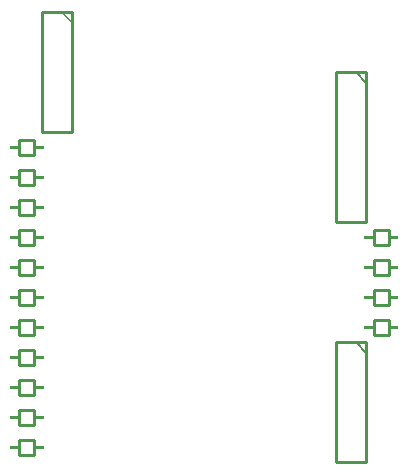
<source format=gbo>
G04 MADE WITH FRITZING*
G04 WWW.FRITZING.ORG*
G04 DOUBLE SIDED*
G04 HOLES PLATED*
G04 CONTOUR ON CENTER OF CONTOUR VECTOR*
%ASAXBY*%
%FSLAX23Y23*%
%MOIN*%
%OFA0B0*%
%SFA1.0B1.0*%
%ADD10C,0.010000*%
%ADD11C,0.005000*%
%ADD12R,0.001000X0.001000*%
%LNSILK0*%
G90*
G70*
G54D10*
X1953Y1619D02*
X1953Y1119D01*
D02*
X1953Y1119D02*
X1853Y1119D01*
D02*
X1853Y1119D02*
X1853Y1619D01*
D02*
X1853Y1619D02*
X1953Y1619D01*
G54D11*
D02*
X1953Y1584D02*
X1918Y1619D01*
G54D10*
D02*
X973Y1819D02*
X973Y1419D01*
D02*
X973Y1419D02*
X873Y1419D01*
D02*
X873Y1419D02*
X873Y1819D01*
D02*
X873Y1819D02*
X973Y1819D01*
D02*
X1953Y719D02*
X1953Y319D01*
D02*
X1953Y319D02*
X1853Y319D01*
D02*
X1853Y319D02*
X1853Y719D01*
D02*
X1853Y719D02*
X1953Y719D01*
G54D11*
D02*
X1953Y684D02*
X1918Y719D01*
G54D10*
D02*
X797Y444D02*
X847Y444D01*
D02*
X847Y444D02*
X847Y494D01*
D02*
X847Y494D02*
X797Y494D01*
D02*
X797Y494D02*
X797Y444D01*
D02*
X797Y344D02*
X847Y344D01*
D02*
X847Y344D02*
X847Y394D01*
D02*
X847Y394D02*
X797Y394D01*
D02*
X797Y394D02*
X797Y344D01*
D02*
X2028Y793D02*
X1978Y793D01*
D02*
X1978Y793D02*
X1978Y743D01*
D02*
X1978Y743D02*
X2028Y743D01*
D02*
X2028Y743D02*
X2028Y793D01*
D02*
X797Y544D02*
X847Y544D01*
D02*
X847Y544D02*
X847Y594D01*
D02*
X847Y594D02*
X797Y594D01*
D02*
X797Y594D02*
X797Y544D01*
D02*
X797Y644D02*
X847Y644D01*
D02*
X847Y644D02*
X847Y694D01*
D02*
X847Y694D02*
X797Y694D01*
D02*
X797Y694D02*
X797Y644D01*
D02*
X797Y744D02*
X847Y744D01*
D02*
X847Y744D02*
X847Y794D01*
D02*
X847Y794D02*
X797Y794D01*
D02*
X797Y794D02*
X797Y744D01*
D02*
X797Y844D02*
X847Y844D01*
D02*
X847Y844D02*
X847Y894D01*
D02*
X847Y894D02*
X797Y894D01*
D02*
X797Y894D02*
X797Y844D01*
D02*
X797Y944D02*
X847Y944D01*
D02*
X847Y944D02*
X847Y994D01*
D02*
X847Y994D02*
X797Y994D01*
D02*
X797Y994D02*
X797Y944D01*
D02*
X797Y1044D02*
X847Y1044D01*
D02*
X847Y1044D02*
X847Y1094D01*
D02*
X847Y1094D02*
X797Y1094D01*
D02*
X797Y1094D02*
X797Y1044D01*
D02*
X2028Y893D02*
X1978Y893D01*
D02*
X1978Y893D02*
X1978Y843D01*
D02*
X1978Y843D02*
X2028Y843D01*
D02*
X2028Y843D02*
X2028Y893D01*
D02*
X2028Y993D02*
X1978Y993D01*
D02*
X1978Y993D02*
X1978Y943D01*
D02*
X1978Y943D02*
X2028Y943D01*
D02*
X2028Y943D02*
X2028Y993D01*
D02*
X2028Y1093D02*
X1978Y1093D01*
D02*
X1978Y1093D02*
X1978Y1043D01*
D02*
X1978Y1043D02*
X2028Y1043D01*
D02*
X2028Y1043D02*
X2028Y1093D01*
D02*
X797Y1344D02*
X847Y1344D01*
D02*
X847Y1344D02*
X847Y1394D01*
D02*
X847Y1394D02*
X797Y1394D01*
D02*
X797Y1394D02*
X797Y1344D01*
D02*
X797Y1244D02*
X847Y1244D01*
D02*
X847Y1244D02*
X847Y1294D01*
D02*
X847Y1294D02*
X797Y1294D01*
D02*
X797Y1294D02*
X797Y1244D01*
D02*
X797Y1144D02*
X847Y1144D01*
D02*
X847Y1144D02*
X847Y1194D01*
D02*
X847Y1194D02*
X797Y1194D01*
D02*
X797Y1194D02*
X797Y1144D01*
G54D12*
X939Y1820D02*
X939Y1820D01*
X938Y1819D02*
X940Y1819D01*
X937Y1818D02*
X941Y1818D01*
X936Y1817D02*
X942Y1817D01*
X937Y1816D02*
X943Y1816D01*
X938Y1815D02*
X944Y1815D01*
X939Y1814D02*
X945Y1814D01*
X940Y1813D02*
X946Y1813D01*
X941Y1812D02*
X947Y1812D01*
X942Y1811D02*
X948Y1811D01*
X943Y1810D02*
X949Y1810D01*
X944Y1809D02*
X950Y1809D01*
X945Y1808D02*
X951Y1808D01*
X946Y1807D02*
X952Y1807D01*
X947Y1806D02*
X953Y1806D01*
X948Y1805D02*
X954Y1805D01*
X949Y1804D02*
X955Y1804D01*
X950Y1803D02*
X956Y1803D01*
X951Y1802D02*
X957Y1802D01*
X952Y1801D02*
X958Y1801D01*
X954Y1800D02*
X959Y1800D01*
X955Y1799D02*
X960Y1799D01*
X955Y1798D02*
X961Y1798D01*
X956Y1797D02*
X962Y1797D01*
X957Y1796D02*
X963Y1796D01*
X958Y1795D02*
X964Y1795D01*
X959Y1794D02*
X965Y1794D01*
X960Y1793D02*
X966Y1793D01*
X961Y1792D02*
X967Y1792D01*
X962Y1791D02*
X968Y1791D01*
X963Y1790D02*
X969Y1790D01*
X964Y1789D02*
X970Y1789D01*
X965Y1788D02*
X971Y1788D01*
X966Y1787D02*
X972Y1787D01*
X967Y1786D02*
X973Y1786D01*
X968Y1785D02*
X973Y1785D01*
X969Y1784D02*
X972Y1784D01*
X970Y1783D02*
X971Y1783D01*
X765Y1374D02*
X796Y1374D01*
X847Y1374D02*
X879Y1374D01*
X765Y1373D02*
X796Y1373D01*
X847Y1373D02*
X879Y1373D01*
X765Y1372D02*
X796Y1372D01*
X847Y1372D02*
X879Y1372D01*
X765Y1371D02*
X796Y1371D01*
X847Y1371D02*
X879Y1371D01*
X765Y1370D02*
X796Y1370D01*
X847Y1370D02*
X879Y1370D01*
X765Y1369D02*
X796Y1369D01*
X847Y1369D02*
X879Y1369D01*
X765Y1368D02*
X796Y1368D01*
X847Y1368D02*
X879Y1368D01*
X765Y1367D02*
X796Y1367D01*
X847Y1367D02*
X879Y1367D01*
X765Y1366D02*
X796Y1366D01*
X847Y1366D02*
X879Y1366D01*
X765Y1365D02*
X796Y1365D01*
X847Y1365D02*
X879Y1365D01*
X765Y1274D02*
X796Y1274D01*
X847Y1274D02*
X879Y1274D01*
X765Y1273D02*
X796Y1273D01*
X847Y1273D02*
X879Y1273D01*
X765Y1272D02*
X796Y1272D01*
X847Y1272D02*
X879Y1272D01*
X765Y1271D02*
X796Y1271D01*
X847Y1271D02*
X879Y1271D01*
X765Y1270D02*
X796Y1270D01*
X847Y1270D02*
X879Y1270D01*
X765Y1269D02*
X796Y1269D01*
X847Y1269D02*
X879Y1269D01*
X765Y1268D02*
X796Y1268D01*
X847Y1268D02*
X879Y1268D01*
X765Y1267D02*
X796Y1267D01*
X847Y1267D02*
X879Y1267D01*
X765Y1266D02*
X796Y1266D01*
X847Y1266D02*
X879Y1266D01*
X765Y1265D02*
X796Y1265D01*
X847Y1265D02*
X879Y1265D01*
X765Y1174D02*
X796Y1174D01*
X847Y1174D02*
X879Y1174D01*
X765Y1173D02*
X796Y1173D01*
X847Y1173D02*
X879Y1173D01*
X765Y1172D02*
X796Y1172D01*
X847Y1172D02*
X879Y1172D01*
X765Y1171D02*
X796Y1171D01*
X847Y1171D02*
X879Y1171D01*
X765Y1170D02*
X796Y1170D01*
X847Y1170D02*
X879Y1170D01*
X765Y1169D02*
X796Y1169D01*
X847Y1169D02*
X879Y1169D01*
X765Y1168D02*
X796Y1168D01*
X847Y1168D02*
X879Y1168D01*
X765Y1167D02*
X796Y1167D01*
X847Y1167D02*
X879Y1167D01*
X765Y1166D02*
X796Y1166D01*
X847Y1166D02*
X879Y1166D01*
X765Y1165D02*
X796Y1165D01*
X847Y1165D02*
X879Y1165D01*
X765Y1074D02*
X796Y1074D01*
X847Y1074D02*
X879Y1074D01*
X765Y1073D02*
X796Y1073D01*
X847Y1073D02*
X879Y1073D01*
X1945Y1073D02*
X1977Y1073D01*
X2028Y1073D02*
X2059Y1073D01*
X765Y1072D02*
X796Y1072D01*
X847Y1072D02*
X879Y1072D01*
X1945Y1072D02*
X1977Y1072D01*
X2028Y1072D02*
X2059Y1072D01*
X765Y1071D02*
X796Y1071D01*
X847Y1071D02*
X879Y1071D01*
X1945Y1071D02*
X1977Y1071D01*
X2028Y1071D02*
X2059Y1071D01*
X765Y1070D02*
X796Y1070D01*
X847Y1070D02*
X879Y1070D01*
X1945Y1070D02*
X1977Y1070D01*
X2028Y1070D02*
X2059Y1070D01*
X765Y1069D02*
X796Y1069D01*
X847Y1069D02*
X879Y1069D01*
X1945Y1069D02*
X1977Y1069D01*
X2028Y1069D02*
X2059Y1069D01*
X765Y1068D02*
X796Y1068D01*
X847Y1068D02*
X879Y1068D01*
X1945Y1068D02*
X1977Y1068D01*
X2028Y1068D02*
X2059Y1068D01*
X765Y1067D02*
X796Y1067D01*
X847Y1067D02*
X879Y1067D01*
X1945Y1067D02*
X1977Y1067D01*
X2028Y1067D02*
X2059Y1067D01*
X765Y1066D02*
X796Y1066D01*
X847Y1066D02*
X879Y1066D01*
X1945Y1066D02*
X1977Y1066D01*
X2028Y1066D02*
X2059Y1066D01*
X765Y1065D02*
X796Y1065D01*
X847Y1065D02*
X879Y1065D01*
X1945Y1065D02*
X1977Y1065D01*
X2028Y1065D02*
X2059Y1065D01*
X1944Y1064D02*
X1977Y1064D01*
X2028Y1064D02*
X2059Y1064D01*
X765Y974D02*
X796Y974D01*
X847Y974D02*
X879Y974D01*
X765Y973D02*
X796Y973D01*
X847Y973D02*
X879Y973D01*
X1945Y973D02*
X1977Y973D01*
X2028Y973D02*
X2059Y973D01*
X765Y972D02*
X796Y972D01*
X847Y972D02*
X879Y972D01*
X1945Y972D02*
X1977Y972D01*
X2028Y972D02*
X2059Y972D01*
X765Y971D02*
X796Y971D01*
X847Y971D02*
X879Y971D01*
X1945Y971D02*
X1977Y971D01*
X2028Y971D02*
X2059Y971D01*
X765Y970D02*
X796Y970D01*
X847Y970D02*
X879Y970D01*
X1945Y970D02*
X1977Y970D01*
X2028Y970D02*
X2059Y970D01*
X765Y969D02*
X796Y969D01*
X847Y969D02*
X879Y969D01*
X1945Y969D02*
X1977Y969D01*
X2028Y969D02*
X2059Y969D01*
X765Y968D02*
X796Y968D01*
X847Y968D02*
X879Y968D01*
X1945Y968D02*
X1977Y968D01*
X2028Y968D02*
X2059Y968D01*
X765Y967D02*
X796Y967D01*
X847Y967D02*
X879Y967D01*
X1945Y967D02*
X1977Y967D01*
X2028Y967D02*
X2059Y967D01*
X765Y966D02*
X796Y966D01*
X847Y966D02*
X879Y966D01*
X1945Y966D02*
X1977Y966D01*
X2028Y966D02*
X2059Y966D01*
X765Y965D02*
X796Y965D01*
X847Y965D02*
X879Y965D01*
X1945Y965D02*
X1977Y965D01*
X2028Y965D02*
X2059Y965D01*
X1944Y964D02*
X1977Y964D01*
X2028Y964D02*
X2059Y964D01*
X765Y874D02*
X796Y874D01*
X847Y874D02*
X879Y874D01*
X765Y873D02*
X796Y873D01*
X847Y873D02*
X879Y873D01*
X1945Y873D02*
X1977Y873D01*
X2028Y873D02*
X2059Y873D01*
X765Y872D02*
X796Y872D01*
X847Y872D02*
X879Y872D01*
X1945Y872D02*
X1977Y872D01*
X2028Y872D02*
X2059Y872D01*
X765Y871D02*
X796Y871D01*
X847Y871D02*
X879Y871D01*
X1945Y871D02*
X1977Y871D01*
X2028Y871D02*
X2059Y871D01*
X765Y870D02*
X796Y870D01*
X847Y870D02*
X879Y870D01*
X1945Y870D02*
X1977Y870D01*
X2028Y870D02*
X2059Y870D01*
X765Y869D02*
X796Y869D01*
X847Y869D02*
X879Y869D01*
X1945Y869D02*
X1977Y869D01*
X2028Y869D02*
X2059Y869D01*
X765Y868D02*
X796Y868D01*
X847Y868D02*
X879Y868D01*
X1945Y868D02*
X1977Y868D01*
X2028Y868D02*
X2059Y868D01*
X765Y867D02*
X796Y867D01*
X847Y867D02*
X879Y867D01*
X1945Y867D02*
X1977Y867D01*
X2028Y867D02*
X2059Y867D01*
X765Y866D02*
X796Y866D01*
X847Y866D02*
X879Y866D01*
X1945Y866D02*
X1977Y866D01*
X2028Y866D02*
X2059Y866D01*
X765Y865D02*
X796Y865D01*
X847Y865D02*
X879Y865D01*
X1945Y865D02*
X1977Y865D01*
X2028Y865D02*
X2059Y865D01*
X1944Y864D02*
X1977Y864D01*
X2028Y864D02*
X2059Y864D01*
X765Y774D02*
X796Y774D01*
X847Y774D02*
X879Y774D01*
X765Y773D02*
X796Y773D01*
X847Y773D02*
X879Y773D01*
X1945Y773D02*
X1977Y773D01*
X2028Y773D02*
X2059Y773D01*
X765Y772D02*
X796Y772D01*
X847Y772D02*
X879Y772D01*
X1945Y772D02*
X1977Y772D01*
X2028Y772D02*
X2059Y772D01*
X765Y771D02*
X796Y771D01*
X847Y771D02*
X879Y771D01*
X1945Y771D02*
X1977Y771D01*
X2028Y771D02*
X2059Y771D01*
X765Y770D02*
X796Y770D01*
X847Y770D02*
X879Y770D01*
X1945Y770D02*
X1977Y770D01*
X2028Y770D02*
X2059Y770D01*
X765Y769D02*
X796Y769D01*
X847Y769D02*
X879Y769D01*
X1945Y769D02*
X1977Y769D01*
X2028Y769D02*
X2059Y769D01*
X765Y768D02*
X796Y768D01*
X847Y768D02*
X879Y768D01*
X1945Y768D02*
X1977Y768D01*
X2028Y768D02*
X2059Y768D01*
X765Y767D02*
X796Y767D01*
X847Y767D02*
X879Y767D01*
X1945Y767D02*
X1977Y767D01*
X2028Y767D02*
X2059Y767D01*
X765Y766D02*
X796Y766D01*
X847Y766D02*
X879Y766D01*
X1945Y766D02*
X1977Y766D01*
X2028Y766D02*
X2059Y766D01*
X765Y765D02*
X796Y765D01*
X847Y765D02*
X879Y765D01*
X1945Y765D02*
X1977Y765D01*
X2028Y765D02*
X2059Y765D01*
X1944Y764D02*
X1977Y764D01*
X2028Y764D02*
X2059Y764D01*
X765Y674D02*
X796Y674D01*
X847Y674D02*
X879Y674D01*
X765Y673D02*
X796Y673D01*
X847Y673D02*
X879Y673D01*
X765Y672D02*
X796Y672D01*
X847Y672D02*
X879Y672D01*
X765Y671D02*
X796Y671D01*
X847Y671D02*
X879Y671D01*
X765Y670D02*
X796Y670D01*
X847Y670D02*
X879Y670D01*
X765Y669D02*
X796Y669D01*
X847Y669D02*
X879Y669D01*
X765Y668D02*
X796Y668D01*
X847Y668D02*
X879Y668D01*
X765Y667D02*
X796Y667D01*
X847Y667D02*
X879Y667D01*
X765Y666D02*
X796Y666D01*
X847Y666D02*
X879Y666D01*
X765Y665D02*
X796Y665D01*
X847Y665D02*
X879Y665D01*
X765Y574D02*
X796Y574D01*
X847Y574D02*
X879Y574D01*
X765Y573D02*
X796Y573D01*
X847Y573D02*
X879Y573D01*
X765Y572D02*
X796Y572D01*
X847Y572D02*
X879Y572D01*
X765Y571D02*
X796Y571D01*
X847Y571D02*
X879Y571D01*
X765Y570D02*
X796Y570D01*
X847Y570D02*
X879Y570D01*
X765Y569D02*
X796Y569D01*
X847Y569D02*
X879Y569D01*
X765Y568D02*
X796Y568D01*
X847Y568D02*
X879Y568D01*
X765Y567D02*
X796Y567D01*
X847Y567D02*
X879Y567D01*
X765Y566D02*
X796Y566D01*
X847Y566D02*
X879Y566D01*
X765Y565D02*
X796Y565D01*
X847Y565D02*
X879Y565D01*
X765Y474D02*
X796Y474D01*
X847Y474D02*
X879Y474D01*
X765Y473D02*
X796Y473D01*
X847Y473D02*
X879Y473D01*
X765Y472D02*
X796Y472D01*
X847Y472D02*
X879Y472D01*
X765Y471D02*
X796Y471D01*
X847Y471D02*
X879Y471D01*
X765Y470D02*
X796Y470D01*
X847Y470D02*
X879Y470D01*
X765Y469D02*
X796Y469D01*
X847Y469D02*
X879Y469D01*
X765Y468D02*
X796Y468D01*
X847Y468D02*
X879Y468D01*
X765Y467D02*
X796Y467D01*
X847Y467D02*
X879Y467D01*
X765Y466D02*
X796Y466D01*
X847Y466D02*
X879Y466D01*
X765Y465D02*
X796Y465D01*
X847Y465D02*
X879Y465D01*
X765Y374D02*
X796Y374D01*
X847Y374D02*
X879Y374D01*
X765Y373D02*
X796Y373D01*
X847Y373D02*
X879Y373D01*
X765Y372D02*
X796Y372D01*
X847Y372D02*
X879Y372D01*
X765Y371D02*
X796Y371D01*
X847Y371D02*
X879Y371D01*
X765Y370D02*
X796Y370D01*
X847Y370D02*
X879Y370D01*
X765Y369D02*
X796Y369D01*
X847Y369D02*
X879Y369D01*
X765Y368D02*
X796Y368D01*
X847Y368D02*
X879Y368D01*
X765Y367D02*
X796Y367D01*
X847Y367D02*
X879Y367D01*
X765Y366D02*
X796Y366D01*
X847Y366D02*
X879Y366D01*
X765Y365D02*
X796Y365D01*
X847Y365D02*
X879Y365D01*
D02*
G04 End of Silk0*
M02*
</source>
